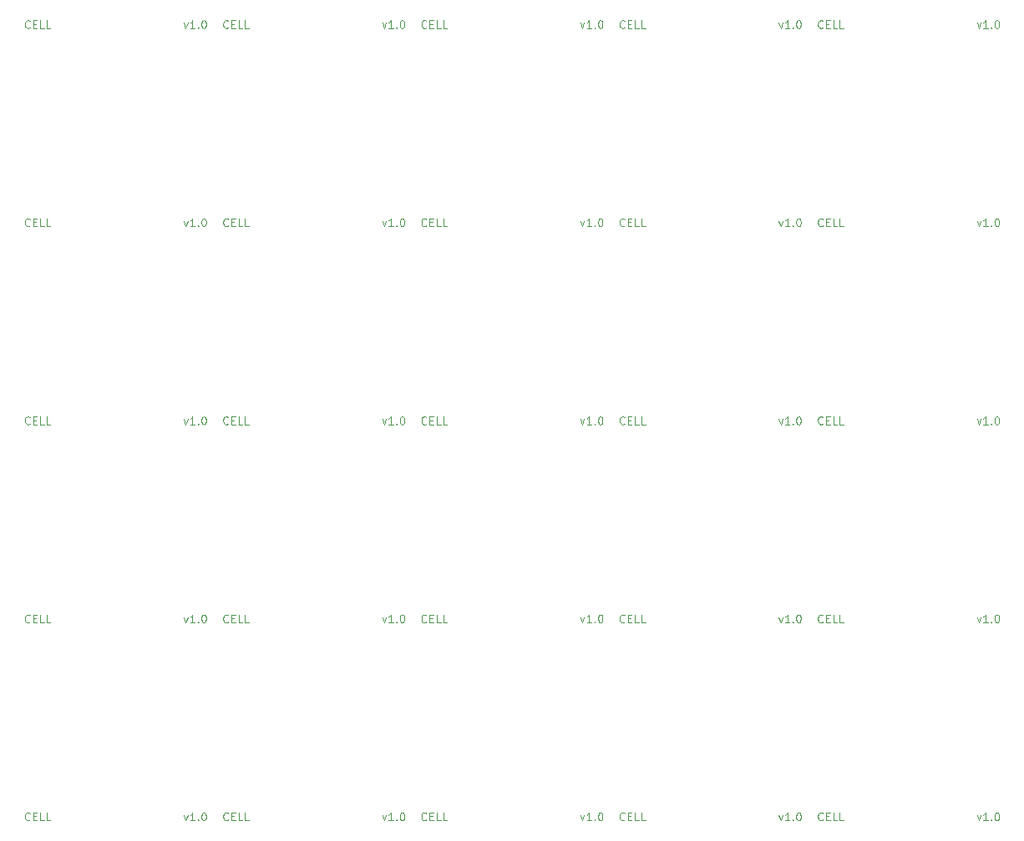
<source format=gbr>
%TF.GenerationSoftware,KiCad,Pcbnew,(5.1.9)-1*%
%TF.CreationDate,2021-03-15T12:44:13+01:00*%
%TF.ProjectId,cell,63656c6c-2e6b-4696-9361-645f70636258,rev?*%
%TF.SameCoordinates,Original*%
%TF.FileFunction,Legend,Top*%
%TF.FilePolarity,Positive*%
%FSLAX46Y46*%
G04 Gerber Fmt 4.6, Leading zero omitted, Abs format (unit mm)*
G04 Created by KiCad (PCBNEW (5.1.9)-1) date 2021-03-15 12:44:13*
%MOMM*%
%LPD*%
G01*
G04 APERTURE LIST*
%ADD10C,0.100000*%
G04 APERTURE END LIST*
D10*
X187062142Y-164433571D02*
X187252619Y-164966904D01*
X187443095Y-164433571D01*
X188166904Y-164966904D02*
X187709761Y-164966904D01*
X187938333Y-164966904D02*
X187938333Y-164166904D01*
X187862142Y-164281190D01*
X187785952Y-164357380D01*
X187709761Y-164395476D01*
X188509761Y-164890714D02*
X188547857Y-164928809D01*
X188509761Y-164966904D01*
X188471666Y-164928809D01*
X188509761Y-164890714D01*
X188509761Y-164966904D01*
X189043095Y-164166904D02*
X189119285Y-164166904D01*
X189195476Y-164205000D01*
X189233571Y-164243095D01*
X189271666Y-164319285D01*
X189309761Y-164471666D01*
X189309761Y-164662142D01*
X189271666Y-164814523D01*
X189233571Y-164890714D01*
X189195476Y-164928809D01*
X189119285Y-164966904D01*
X189043095Y-164966904D01*
X188966904Y-164928809D01*
X188928809Y-164890714D01*
X188890714Y-164814523D01*
X188852619Y-164662142D01*
X188852619Y-164471666D01*
X188890714Y-164319285D01*
X188928809Y-164243095D01*
X188966904Y-164205000D01*
X189043095Y-164166904D01*
X166962142Y-164433571D02*
X167152619Y-164966904D01*
X167343095Y-164433571D01*
X168066904Y-164966904D02*
X167609761Y-164966904D01*
X167838333Y-164966904D02*
X167838333Y-164166904D01*
X167762142Y-164281190D01*
X167685952Y-164357380D01*
X167609761Y-164395476D01*
X168409761Y-164890714D02*
X168447857Y-164928809D01*
X168409761Y-164966904D01*
X168371666Y-164928809D01*
X168409761Y-164890714D01*
X168409761Y-164966904D01*
X168943095Y-164166904D02*
X169019285Y-164166904D01*
X169095476Y-164205000D01*
X169133571Y-164243095D01*
X169171666Y-164319285D01*
X169209761Y-164471666D01*
X169209761Y-164662142D01*
X169171666Y-164814523D01*
X169133571Y-164890714D01*
X169095476Y-164928809D01*
X169019285Y-164966904D01*
X168943095Y-164966904D01*
X168866904Y-164928809D01*
X168828809Y-164890714D01*
X168790714Y-164814523D01*
X168752619Y-164662142D01*
X168752619Y-164471666D01*
X168790714Y-164319285D01*
X168828809Y-164243095D01*
X168866904Y-164205000D01*
X168943095Y-164166904D01*
X146862142Y-164433571D02*
X147052619Y-164966904D01*
X147243095Y-164433571D01*
X147966904Y-164966904D02*
X147509761Y-164966904D01*
X147738333Y-164966904D02*
X147738333Y-164166904D01*
X147662142Y-164281190D01*
X147585952Y-164357380D01*
X147509761Y-164395476D01*
X148309761Y-164890714D02*
X148347857Y-164928809D01*
X148309761Y-164966904D01*
X148271666Y-164928809D01*
X148309761Y-164890714D01*
X148309761Y-164966904D01*
X148843095Y-164166904D02*
X148919285Y-164166904D01*
X148995476Y-164205000D01*
X149033571Y-164243095D01*
X149071666Y-164319285D01*
X149109761Y-164471666D01*
X149109761Y-164662142D01*
X149071666Y-164814523D01*
X149033571Y-164890714D01*
X148995476Y-164928809D01*
X148919285Y-164966904D01*
X148843095Y-164966904D01*
X148766904Y-164928809D01*
X148728809Y-164890714D01*
X148690714Y-164814523D01*
X148652619Y-164662142D01*
X148652619Y-164471666D01*
X148690714Y-164319285D01*
X148728809Y-164243095D01*
X148766904Y-164205000D01*
X148843095Y-164166904D01*
X126762142Y-164433571D02*
X126952619Y-164966904D01*
X127143095Y-164433571D01*
X127866904Y-164966904D02*
X127409761Y-164966904D01*
X127638333Y-164966904D02*
X127638333Y-164166904D01*
X127562142Y-164281190D01*
X127485952Y-164357380D01*
X127409761Y-164395476D01*
X128209761Y-164890714D02*
X128247857Y-164928809D01*
X128209761Y-164966904D01*
X128171666Y-164928809D01*
X128209761Y-164890714D01*
X128209761Y-164966904D01*
X128743095Y-164166904D02*
X128819285Y-164166904D01*
X128895476Y-164205000D01*
X128933571Y-164243095D01*
X128971666Y-164319285D01*
X129009761Y-164471666D01*
X129009761Y-164662142D01*
X128971666Y-164814523D01*
X128933571Y-164890714D01*
X128895476Y-164928809D01*
X128819285Y-164966904D01*
X128743095Y-164966904D01*
X128666904Y-164928809D01*
X128628809Y-164890714D01*
X128590714Y-164814523D01*
X128552619Y-164662142D01*
X128552619Y-164471666D01*
X128590714Y-164319285D01*
X128628809Y-164243095D01*
X128666904Y-164205000D01*
X128743095Y-164166904D01*
X106662142Y-164433571D02*
X106852619Y-164966904D01*
X107043095Y-164433571D01*
X107766904Y-164966904D02*
X107309761Y-164966904D01*
X107538333Y-164966904D02*
X107538333Y-164166904D01*
X107462142Y-164281190D01*
X107385952Y-164357380D01*
X107309761Y-164395476D01*
X108109761Y-164890714D02*
X108147857Y-164928809D01*
X108109761Y-164966904D01*
X108071666Y-164928809D01*
X108109761Y-164890714D01*
X108109761Y-164966904D01*
X108643095Y-164166904D02*
X108719285Y-164166904D01*
X108795476Y-164205000D01*
X108833571Y-164243095D01*
X108871666Y-164319285D01*
X108909761Y-164471666D01*
X108909761Y-164662142D01*
X108871666Y-164814523D01*
X108833571Y-164890714D01*
X108795476Y-164928809D01*
X108719285Y-164966904D01*
X108643095Y-164966904D01*
X108566904Y-164928809D01*
X108528809Y-164890714D01*
X108490714Y-164814523D01*
X108452619Y-164662142D01*
X108452619Y-164471666D01*
X108490714Y-164319285D01*
X108528809Y-164243095D01*
X108566904Y-164205000D01*
X108643095Y-164166904D01*
X187062142Y-144333571D02*
X187252619Y-144866904D01*
X187443095Y-144333571D01*
X188166904Y-144866904D02*
X187709761Y-144866904D01*
X187938333Y-144866904D02*
X187938333Y-144066904D01*
X187862142Y-144181190D01*
X187785952Y-144257380D01*
X187709761Y-144295476D01*
X188509761Y-144790714D02*
X188547857Y-144828809D01*
X188509761Y-144866904D01*
X188471666Y-144828809D01*
X188509761Y-144790714D01*
X188509761Y-144866904D01*
X189043095Y-144066904D02*
X189119285Y-144066904D01*
X189195476Y-144105000D01*
X189233571Y-144143095D01*
X189271666Y-144219285D01*
X189309761Y-144371666D01*
X189309761Y-144562142D01*
X189271666Y-144714523D01*
X189233571Y-144790714D01*
X189195476Y-144828809D01*
X189119285Y-144866904D01*
X189043095Y-144866904D01*
X188966904Y-144828809D01*
X188928809Y-144790714D01*
X188890714Y-144714523D01*
X188852619Y-144562142D01*
X188852619Y-144371666D01*
X188890714Y-144219285D01*
X188928809Y-144143095D01*
X188966904Y-144105000D01*
X189043095Y-144066904D01*
X166962142Y-144333571D02*
X167152619Y-144866904D01*
X167343095Y-144333571D01*
X168066904Y-144866904D02*
X167609761Y-144866904D01*
X167838333Y-144866904D02*
X167838333Y-144066904D01*
X167762142Y-144181190D01*
X167685952Y-144257380D01*
X167609761Y-144295476D01*
X168409761Y-144790714D02*
X168447857Y-144828809D01*
X168409761Y-144866904D01*
X168371666Y-144828809D01*
X168409761Y-144790714D01*
X168409761Y-144866904D01*
X168943095Y-144066904D02*
X169019285Y-144066904D01*
X169095476Y-144105000D01*
X169133571Y-144143095D01*
X169171666Y-144219285D01*
X169209761Y-144371666D01*
X169209761Y-144562142D01*
X169171666Y-144714523D01*
X169133571Y-144790714D01*
X169095476Y-144828809D01*
X169019285Y-144866904D01*
X168943095Y-144866904D01*
X168866904Y-144828809D01*
X168828809Y-144790714D01*
X168790714Y-144714523D01*
X168752619Y-144562142D01*
X168752619Y-144371666D01*
X168790714Y-144219285D01*
X168828809Y-144143095D01*
X168866904Y-144105000D01*
X168943095Y-144066904D01*
X146862142Y-144333571D02*
X147052619Y-144866904D01*
X147243095Y-144333571D01*
X147966904Y-144866904D02*
X147509761Y-144866904D01*
X147738333Y-144866904D02*
X147738333Y-144066904D01*
X147662142Y-144181190D01*
X147585952Y-144257380D01*
X147509761Y-144295476D01*
X148309761Y-144790714D02*
X148347857Y-144828809D01*
X148309761Y-144866904D01*
X148271666Y-144828809D01*
X148309761Y-144790714D01*
X148309761Y-144866904D01*
X148843095Y-144066904D02*
X148919285Y-144066904D01*
X148995476Y-144105000D01*
X149033571Y-144143095D01*
X149071666Y-144219285D01*
X149109761Y-144371666D01*
X149109761Y-144562142D01*
X149071666Y-144714523D01*
X149033571Y-144790714D01*
X148995476Y-144828809D01*
X148919285Y-144866904D01*
X148843095Y-144866904D01*
X148766904Y-144828809D01*
X148728809Y-144790714D01*
X148690714Y-144714523D01*
X148652619Y-144562142D01*
X148652619Y-144371666D01*
X148690714Y-144219285D01*
X148728809Y-144143095D01*
X148766904Y-144105000D01*
X148843095Y-144066904D01*
X126762142Y-144333571D02*
X126952619Y-144866904D01*
X127143095Y-144333571D01*
X127866904Y-144866904D02*
X127409761Y-144866904D01*
X127638333Y-144866904D02*
X127638333Y-144066904D01*
X127562142Y-144181190D01*
X127485952Y-144257380D01*
X127409761Y-144295476D01*
X128209761Y-144790714D02*
X128247857Y-144828809D01*
X128209761Y-144866904D01*
X128171666Y-144828809D01*
X128209761Y-144790714D01*
X128209761Y-144866904D01*
X128743095Y-144066904D02*
X128819285Y-144066904D01*
X128895476Y-144105000D01*
X128933571Y-144143095D01*
X128971666Y-144219285D01*
X129009761Y-144371666D01*
X129009761Y-144562142D01*
X128971666Y-144714523D01*
X128933571Y-144790714D01*
X128895476Y-144828809D01*
X128819285Y-144866904D01*
X128743095Y-144866904D01*
X128666904Y-144828809D01*
X128628809Y-144790714D01*
X128590714Y-144714523D01*
X128552619Y-144562142D01*
X128552619Y-144371666D01*
X128590714Y-144219285D01*
X128628809Y-144143095D01*
X128666904Y-144105000D01*
X128743095Y-144066904D01*
X106662142Y-144333571D02*
X106852619Y-144866904D01*
X107043095Y-144333571D01*
X107766904Y-144866904D02*
X107309761Y-144866904D01*
X107538333Y-144866904D02*
X107538333Y-144066904D01*
X107462142Y-144181190D01*
X107385952Y-144257380D01*
X107309761Y-144295476D01*
X108109761Y-144790714D02*
X108147857Y-144828809D01*
X108109761Y-144866904D01*
X108071666Y-144828809D01*
X108109761Y-144790714D01*
X108109761Y-144866904D01*
X108643095Y-144066904D02*
X108719285Y-144066904D01*
X108795476Y-144105000D01*
X108833571Y-144143095D01*
X108871666Y-144219285D01*
X108909761Y-144371666D01*
X108909761Y-144562142D01*
X108871666Y-144714523D01*
X108833571Y-144790714D01*
X108795476Y-144828809D01*
X108719285Y-144866904D01*
X108643095Y-144866904D01*
X108566904Y-144828809D01*
X108528809Y-144790714D01*
X108490714Y-144714523D01*
X108452619Y-144562142D01*
X108452619Y-144371666D01*
X108490714Y-144219285D01*
X108528809Y-144143095D01*
X108566904Y-144105000D01*
X108643095Y-144066904D01*
X187062142Y-124233571D02*
X187252619Y-124766904D01*
X187443095Y-124233571D01*
X188166904Y-124766904D02*
X187709761Y-124766904D01*
X187938333Y-124766904D02*
X187938333Y-123966904D01*
X187862142Y-124081190D01*
X187785952Y-124157380D01*
X187709761Y-124195476D01*
X188509761Y-124690714D02*
X188547857Y-124728809D01*
X188509761Y-124766904D01*
X188471666Y-124728809D01*
X188509761Y-124690714D01*
X188509761Y-124766904D01*
X189043095Y-123966904D02*
X189119285Y-123966904D01*
X189195476Y-124005000D01*
X189233571Y-124043095D01*
X189271666Y-124119285D01*
X189309761Y-124271666D01*
X189309761Y-124462142D01*
X189271666Y-124614523D01*
X189233571Y-124690714D01*
X189195476Y-124728809D01*
X189119285Y-124766904D01*
X189043095Y-124766904D01*
X188966904Y-124728809D01*
X188928809Y-124690714D01*
X188890714Y-124614523D01*
X188852619Y-124462142D01*
X188852619Y-124271666D01*
X188890714Y-124119285D01*
X188928809Y-124043095D01*
X188966904Y-124005000D01*
X189043095Y-123966904D01*
X166962142Y-124233571D02*
X167152619Y-124766904D01*
X167343095Y-124233571D01*
X168066904Y-124766904D02*
X167609761Y-124766904D01*
X167838333Y-124766904D02*
X167838333Y-123966904D01*
X167762142Y-124081190D01*
X167685952Y-124157380D01*
X167609761Y-124195476D01*
X168409761Y-124690714D02*
X168447857Y-124728809D01*
X168409761Y-124766904D01*
X168371666Y-124728809D01*
X168409761Y-124690714D01*
X168409761Y-124766904D01*
X168943095Y-123966904D02*
X169019285Y-123966904D01*
X169095476Y-124005000D01*
X169133571Y-124043095D01*
X169171666Y-124119285D01*
X169209761Y-124271666D01*
X169209761Y-124462142D01*
X169171666Y-124614523D01*
X169133571Y-124690714D01*
X169095476Y-124728809D01*
X169019285Y-124766904D01*
X168943095Y-124766904D01*
X168866904Y-124728809D01*
X168828809Y-124690714D01*
X168790714Y-124614523D01*
X168752619Y-124462142D01*
X168752619Y-124271666D01*
X168790714Y-124119285D01*
X168828809Y-124043095D01*
X168866904Y-124005000D01*
X168943095Y-123966904D01*
X146862142Y-124233571D02*
X147052619Y-124766904D01*
X147243095Y-124233571D01*
X147966904Y-124766904D02*
X147509761Y-124766904D01*
X147738333Y-124766904D02*
X147738333Y-123966904D01*
X147662142Y-124081190D01*
X147585952Y-124157380D01*
X147509761Y-124195476D01*
X148309761Y-124690714D02*
X148347857Y-124728809D01*
X148309761Y-124766904D01*
X148271666Y-124728809D01*
X148309761Y-124690714D01*
X148309761Y-124766904D01*
X148843095Y-123966904D02*
X148919285Y-123966904D01*
X148995476Y-124005000D01*
X149033571Y-124043095D01*
X149071666Y-124119285D01*
X149109761Y-124271666D01*
X149109761Y-124462142D01*
X149071666Y-124614523D01*
X149033571Y-124690714D01*
X148995476Y-124728809D01*
X148919285Y-124766904D01*
X148843095Y-124766904D01*
X148766904Y-124728809D01*
X148728809Y-124690714D01*
X148690714Y-124614523D01*
X148652619Y-124462142D01*
X148652619Y-124271666D01*
X148690714Y-124119285D01*
X148728809Y-124043095D01*
X148766904Y-124005000D01*
X148843095Y-123966904D01*
X126762142Y-124233571D02*
X126952619Y-124766904D01*
X127143095Y-124233571D01*
X127866904Y-124766904D02*
X127409761Y-124766904D01*
X127638333Y-124766904D02*
X127638333Y-123966904D01*
X127562142Y-124081190D01*
X127485952Y-124157380D01*
X127409761Y-124195476D01*
X128209761Y-124690714D02*
X128247857Y-124728809D01*
X128209761Y-124766904D01*
X128171666Y-124728809D01*
X128209761Y-124690714D01*
X128209761Y-124766904D01*
X128743095Y-123966904D02*
X128819285Y-123966904D01*
X128895476Y-124005000D01*
X128933571Y-124043095D01*
X128971666Y-124119285D01*
X129009761Y-124271666D01*
X129009761Y-124462142D01*
X128971666Y-124614523D01*
X128933571Y-124690714D01*
X128895476Y-124728809D01*
X128819285Y-124766904D01*
X128743095Y-124766904D01*
X128666904Y-124728809D01*
X128628809Y-124690714D01*
X128590714Y-124614523D01*
X128552619Y-124462142D01*
X128552619Y-124271666D01*
X128590714Y-124119285D01*
X128628809Y-124043095D01*
X128666904Y-124005000D01*
X128743095Y-123966904D01*
X106662142Y-124233571D02*
X106852619Y-124766904D01*
X107043095Y-124233571D01*
X107766904Y-124766904D02*
X107309761Y-124766904D01*
X107538333Y-124766904D02*
X107538333Y-123966904D01*
X107462142Y-124081190D01*
X107385952Y-124157380D01*
X107309761Y-124195476D01*
X108109761Y-124690714D02*
X108147857Y-124728809D01*
X108109761Y-124766904D01*
X108071666Y-124728809D01*
X108109761Y-124690714D01*
X108109761Y-124766904D01*
X108643095Y-123966904D02*
X108719285Y-123966904D01*
X108795476Y-124005000D01*
X108833571Y-124043095D01*
X108871666Y-124119285D01*
X108909761Y-124271666D01*
X108909761Y-124462142D01*
X108871666Y-124614523D01*
X108833571Y-124690714D01*
X108795476Y-124728809D01*
X108719285Y-124766904D01*
X108643095Y-124766904D01*
X108566904Y-124728809D01*
X108528809Y-124690714D01*
X108490714Y-124614523D01*
X108452619Y-124462142D01*
X108452619Y-124271666D01*
X108490714Y-124119285D01*
X108528809Y-124043095D01*
X108566904Y-124005000D01*
X108643095Y-123966904D01*
X187062142Y-104133571D02*
X187252619Y-104666904D01*
X187443095Y-104133571D01*
X188166904Y-104666904D02*
X187709761Y-104666904D01*
X187938333Y-104666904D02*
X187938333Y-103866904D01*
X187862142Y-103981190D01*
X187785952Y-104057380D01*
X187709761Y-104095476D01*
X188509761Y-104590714D02*
X188547857Y-104628809D01*
X188509761Y-104666904D01*
X188471666Y-104628809D01*
X188509761Y-104590714D01*
X188509761Y-104666904D01*
X189043095Y-103866904D02*
X189119285Y-103866904D01*
X189195476Y-103905000D01*
X189233571Y-103943095D01*
X189271666Y-104019285D01*
X189309761Y-104171666D01*
X189309761Y-104362142D01*
X189271666Y-104514523D01*
X189233571Y-104590714D01*
X189195476Y-104628809D01*
X189119285Y-104666904D01*
X189043095Y-104666904D01*
X188966904Y-104628809D01*
X188928809Y-104590714D01*
X188890714Y-104514523D01*
X188852619Y-104362142D01*
X188852619Y-104171666D01*
X188890714Y-104019285D01*
X188928809Y-103943095D01*
X188966904Y-103905000D01*
X189043095Y-103866904D01*
X166962142Y-104133571D02*
X167152619Y-104666904D01*
X167343095Y-104133571D01*
X168066904Y-104666904D02*
X167609761Y-104666904D01*
X167838333Y-104666904D02*
X167838333Y-103866904D01*
X167762142Y-103981190D01*
X167685952Y-104057380D01*
X167609761Y-104095476D01*
X168409761Y-104590714D02*
X168447857Y-104628809D01*
X168409761Y-104666904D01*
X168371666Y-104628809D01*
X168409761Y-104590714D01*
X168409761Y-104666904D01*
X168943095Y-103866904D02*
X169019285Y-103866904D01*
X169095476Y-103905000D01*
X169133571Y-103943095D01*
X169171666Y-104019285D01*
X169209761Y-104171666D01*
X169209761Y-104362142D01*
X169171666Y-104514523D01*
X169133571Y-104590714D01*
X169095476Y-104628809D01*
X169019285Y-104666904D01*
X168943095Y-104666904D01*
X168866904Y-104628809D01*
X168828809Y-104590714D01*
X168790714Y-104514523D01*
X168752619Y-104362142D01*
X168752619Y-104171666D01*
X168790714Y-104019285D01*
X168828809Y-103943095D01*
X168866904Y-103905000D01*
X168943095Y-103866904D01*
X146862142Y-104133571D02*
X147052619Y-104666904D01*
X147243095Y-104133571D01*
X147966904Y-104666904D02*
X147509761Y-104666904D01*
X147738333Y-104666904D02*
X147738333Y-103866904D01*
X147662142Y-103981190D01*
X147585952Y-104057380D01*
X147509761Y-104095476D01*
X148309761Y-104590714D02*
X148347857Y-104628809D01*
X148309761Y-104666904D01*
X148271666Y-104628809D01*
X148309761Y-104590714D01*
X148309761Y-104666904D01*
X148843095Y-103866904D02*
X148919285Y-103866904D01*
X148995476Y-103905000D01*
X149033571Y-103943095D01*
X149071666Y-104019285D01*
X149109761Y-104171666D01*
X149109761Y-104362142D01*
X149071666Y-104514523D01*
X149033571Y-104590714D01*
X148995476Y-104628809D01*
X148919285Y-104666904D01*
X148843095Y-104666904D01*
X148766904Y-104628809D01*
X148728809Y-104590714D01*
X148690714Y-104514523D01*
X148652619Y-104362142D01*
X148652619Y-104171666D01*
X148690714Y-104019285D01*
X148728809Y-103943095D01*
X148766904Y-103905000D01*
X148843095Y-103866904D01*
X126762142Y-104133571D02*
X126952619Y-104666904D01*
X127143095Y-104133571D01*
X127866904Y-104666904D02*
X127409761Y-104666904D01*
X127638333Y-104666904D02*
X127638333Y-103866904D01*
X127562142Y-103981190D01*
X127485952Y-104057380D01*
X127409761Y-104095476D01*
X128209761Y-104590714D02*
X128247857Y-104628809D01*
X128209761Y-104666904D01*
X128171666Y-104628809D01*
X128209761Y-104590714D01*
X128209761Y-104666904D01*
X128743095Y-103866904D02*
X128819285Y-103866904D01*
X128895476Y-103905000D01*
X128933571Y-103943095D01*
X128971666Y-104019285D01*
X129009761Y-104171666D01*
X129009761Y-104362142D01*
X128971666Y-104514523D01*
X128933571Y-104590714D01*
X128895476Y-104628809D01*
X128819285Y-104666904D01*
X128743095Y-104666904D01*
X128666904Y-104628809D01*
X128628809Y-104590714D01*
X128590714Y-104514523D01*
X128552619Y-104362142D01*
X128552619Y-104171666D01*
X128590714Y-104019285D01*
X128628809Y-103943095D01*
X128666904Y-103905000D01*
X128743095Y-103866904D01*
X106662142Y-104133571D02*
X106852619Y-104666904D01*
X107043095Y-104133571D01*
X107766904Y-104666904D02*
X107309761Y-104666904D01*
X107538333Y-104666904D02*
X107538333Y-103866904D01*
X107462142Y-103981190D01*
X107385952Y-104057380D01*
X107309761Y-104095476D01*
X108109761Y-104590714D02*
X108147857Y-104628809D01*
X108109761Y-104666904D01*
X108071666Y-104628809D01*
X108109761Y-104590714D01*
X108109761Y-104666904D01*
X108643095Y-103866904D02*
X108719285Y-103866904D01*
X108795476Y-103905000D01*
X108833571Y-103943095D01*
X108871666Y-104019285D01*
X108909761Y-104171666D01*
X108909761Y-104362142D01*
X108871666Y-104514523D01*
X108833571Y-104590714D01*
X108795476Y-104628809D01*
X108719285Y-104666904D01*
X108643095Y-104666904D01*
X108566904Y-104628809D01*
X108528809Y-104590714D01*
X108490714Y-104514523D01*
X108452619Y-104362142D01*
X108452619Y-104171666D01*
X108490714Y-104019285D01*
X108528809Y-103943095D01*
X108566904Y-103905000D01*
X108643095Y-103866904D01*
X187062142Y-84033571D02*
X187252619Y-84566904D01*
X187443095Y-84033571D01*
X188166904Y-84566904D02*
X187709761Y-84566904D01*
X187938333Y-84566904D02*
X187938333Y-83766904D01*
X187862142Y-83881190D01*
X187785952Y-83957380D01*
X187709761Y-83995476D01*
X188509761Y-84490714D02*
X188547857Y-84528809D01*
X188509761Y-84566904D01*
X188471666Y-84528809D01*
X188509761Y-84490714D01*
X188509761Y-84566904D01*
X189043095Y-83766904D02*
X189119285Y-83766904D01*
X189195476Y-83805000D01*
X189233571Y-83843095D01*
X189271666Y-83919285D01*
X189309761Y-84071666D01*
X189309761Y-84262142D01*
X189271666Y-84414523D01*
X189233571Y-84490714D01*
X189195476Y-84528809D01*
X189119285Y-84566904D01*
X189043095Y-84566904D01*
X188966904Y-84528809D01*
X188928809Y-84490714D01*
X188890714Y-84414523D01*
X188852619Y-84262142D01*
X188852619Y-84071666D01*
X188890714Y-83919285D01*
X188928809Y-83843095D01*
X188966904Y-83805000D01*
X189043095Y-83766904D01*
X166962142Y-84033571D02*
X167152619Y-84566904D01*
X167343095Y-84033571D01*
X168066904Y-84566904D02*
X167609761Y-84566904D01*
X167838333Y-84566904D02*
X167838333Y-83766904D01*
X167762142Y-83881190D01*
X167685952Y-83957380D01*
X167609761Y-83995476D01*
X168409761Y-84490714D02*
X168447857Y-84528809D01*
X168409761Y-84566904D01*
X168371666Y-84528809D01*
X168409761Y-84490714D01*
X168409761Y-84566904D01*
X168943095Y-83766904D02*
X169019285Y-83766904D01*
X169095476Y-83805000D01*
X169133571Y-83843095D01*
X169171666Y-83919285D01*
X169209761Y-84071666D01*
X169209761Y-84262142D01*
X169171666Y-84414523D01*
X169133571Y-84490714D01*
X169095476Y-84528809D01*
X169019285Y-84566904D01*
X168943095Y-84566904D01*
X168866904Y-84528809D01*
X168828809Y-84490714D01*
X168790714Y-84414523D01*
X168752619Y-84262142D01*
X168752619Y-84071666D01*
X168790714Y-83919285D01*
X168828809Y-83843095D01*
X168866904Y-83805000D01*
X168943095Y-83766904D01*
X146862142Y-84033571D02*
X147052619Y-84566904D01*
X147243095Y-84033571D01*
X147966904Y-84566904D02*
X147509761Y-84566904D01*
X147738333Y-84566904D02*
X147738333Y-83766904D01*
X147662142Y-83881190D01*
X147585952Y-83957380D01*
X147509761Y-83995476D01*
X148309761Y-84490714D02*
X148347857Y-84528809D01*
X148309761Y-84566904D01*
X148271666Y-84528809D01*
X148309761Y-84490714D01*
X148309761Y-84566904D01*
X148843095Y-83766904D02*
X148919285Y-83766904D01*
X148995476Y-83805000D01*
X149033571Y-83843095D01*
X149071666Y-83919285D01*
X149109761Y-84071666D01*
X149109761Y-84262142D01*
X149071666Y-84414523D01*
X149033571Y-84490714D01*
X148995476Y-84528809D01*
X148919285Y-84566904D01*
X148843095Y-84566904D01*
X148766904Y-84528809D01*
X148728809Y-84490714D01*
X148690714Y-84414523D01*
X148652619Y-84262142D01*
X148652619Y-84071666D01*
X148690714Y-83919285D01*
X148728809Y-83843095D01*
X148766904Y-83805000D01*
X148843095Y-83766904D01*
X126762142Y-84033571D02*
X126952619Y-84566904D01*
X127143095Y-84033571D01*
X127866904Y-84566904D02*
X127409761Y-84566904D01*
X127638333Y-84566904D02*
X127638333Y-83766904D01*
X127562142Y-83881190D01*
X127485952Y-83957380D01*
X127409761Y-83995476D01*
X128209761Y-84490714D02*
X128247857Y-84528809D01*
X128209761Y-84566904D01*
X128171666Y-84528809D01*
X128209761Y-84490714D01*
X128209761Y-84566904D01*
X128743095Y-83766904D02*
X128819285Y-83766904D01*
X128895476Y-83805000D01*
X128933571Y-83843095D01*
X128971666Y-83919285D01*
X129009761Y-84071666D01*
X129009761Y-84262142D01*
X128971666Y-84414523D01*
X128933571Y-84490714D01*
X128895476Y-84528809D01*
X128819285Y-84566904D01*
X128743095Y-84566904D01*
X128666904Y-84528809D01*
X128628809Y-84490714D01*
X128590714Y-84414523D01*
X128552619Y-84262142D01*
X128552619Y-84071666D01*
X128590714Y-83919285D01*
X128628809Y-83843095D01*
X128666904Y-83805000D01*
X128743095Y-83766904D01*
X171443095Y-164890714D02*
X171405000Y-164928809D01*
X171290714Y-164966904D01*
X171214523Y-164966904D01*
X171100238Y-164928809D01*
X171024047Y-164852619D01*
X170985952Y-164776428D01*
X170947857Y-164624047D01*
X170947857Y-164509761D01*
X170985952Y-164357380D01*
X171024047Y-164281190D01*
X171100238Y-164205000D01*
X171214523Y-164166904D01*
X171290714Y-164166904D01*
X171405000Y-164205000D01*
X171443095Y-164243095D01*
X171785952Y-164547857D02*
X172052619Y-164547857D01*
X172166904Y-164966904D02*
X171785952Y-164966904D01*
X171785952Y-164166904D01*
X172166904Y-164166904D01*
X172890714Y-164966904D02*
X172509761Y-164966904D01*
X172509761Y-164166904D01*
X173538333Y-164966904D02*
X173157380Y-164966904D01*
X173157380Y-164166904D01*
X151343095Y-164890714D02*
X151305000Y-164928809D01*
X151190714Y-164966904D01*
X151114523Y-164966904D01*
X151000238Y-164928809D01*
X150924047Y-164852619D01*
X150885952Y-164776428D01*
X150847857Y-164624047D01*
X150847857Y-164509761D01*
X150885952Y-164357380D01*
X150924047Y-164281190D01*
X151000238Y-164205000D01*
X151114523Y-164166904D01*
X151190714Y-164166904D01*
X151305000Y-164205000D01*
X151343095Y-164243095D01*
X151685952Y-164547857D02*
X151952619Y-164547857D01*
X152066904Y-164966904D02*
X151685952Y-164966904D01*
X151685952Y-164166904D01*
X152066904Y-164166904D01*
X152790714Y-164966904D02*
X152409761Y-164966904D01*
X152409761Y-164166904D01*
X153438333Y-164966904D02*
X153057380Y-164966904D01*
X153057380Y-164166904D01*
X131243095Y-164890714D02*
X131205000Y-164928809D01*
X131090714Y-164966904D01*
X131014523Y-164966904D01*
X130900238Y-164928809D01*
X130824047Y-164852619D01*
X130785952Y-164776428D01*
X130747857Y-164624047D01*
X130747857Y-164509761D01*
X130785952Y-164357380D01*
X130824047Y-164281190D01*
X130900238Y-164205000D01*
X131014523Y-164166904D01*
X131090714Y-164166904D01*
X131205000Y-164205000D01*
X131243095Y-164243095D01*
X131585952Y-164547857D02*
X131852619Y-164547857D01*
X131966904Y-164966904D02*
X131585952Y-164966904D01*
X131585952Y-164166904D01*
X131966904Y-164166904D01*
X132690714Y-164966904D02*
X132309761Y-164966904D01*
X132309761Y-164166904D01*
X133338333Y-164966904D02*
X132957380Y-164966904D01*
X132957380Y-164166904D01*
X111143095Y-164890714D02*
X111105000Y-164928809D01*
X110990714Y-164966904D01*
X110914523Y-164966904D01*
X110800238Y-164928809D01*
X110724047Y-164852619D01*
X110685952Y-164776428D01*
X110647857Y-164624047D01*
X110647857Y-164509761D01*
X110685952Y-164357380D01*
X110724047Y-164281190D01*
X110800238Y-164205000D01*
X110914523Y-164166904D01*
X110990714Y-164166904D01*
X111105000Y-164205000D01*
X111143095Y-164243095D01*
X111485952Y-164547857D02*
X111752619Y-164547857D01*
X111866904Y-164966904D02*
X111485952Y-164966904D01*
X111485952Y-164166904D01*
X111866904Y-164166904D01*
X112590714Y-164966904D02*
X112209761Y-164966904D01*
X112209761Y-164166904D01*
X113238333Y-164966904D02*
X112857380Y-164966904D01*
X112857380Y-164166904D01*
X91043095Y-164890714D02*
X91005000Y-164928809D01*
X90890714Y-164966904D01*
X90814523Y-164966904D01*
X90700238Y-164928809D01*
X90624047Y-164852619D01*
X90585952Y-164776428D01*
X90547857Y-164624047D01*
X90547857Y-164509761D01*
X90585952Y-164357380D01*
X90624047Y-164281190D01*
X90700238Y-164205000D01*
X90814523Y-164166904D01*
X90890714Y-164166904D01*
X91005000Y-164205000D01*
X91043095Y-164243095D01*
X91385952Y-164547857D02*
X91652619Y-164547857D01*
X91766904Y-164966904D02*
X91385952Y-164966904D01*
X91385952Y-164166904D01*
X91766904Y-164166904D01*
X92490714Y-164966904D02*
X92109761Y-164966904D01*
X92109761Y-164166904D01*
X93138333Y-164966904D02*
X92757380Y-164966904D01*
X92757380Y-164166904D01*
X171443095Y-144790714D02*
X171405000Y-144828809D01*
X171290714Y-144866904D01*
X171214523Y-144866904D01*
X171100238Y-144828809D01*
X171024047Y-144752619D01*
X170985952Y-144676428D01*
X170947857Y-144524047D01*
X170947857Y-144409761D01*
X170985952Y-144257380D01*
X171024047Y-144181190D01*
X171100238Y-144105000D01*
X171214523Y-144066904D01*
X171290714Y-144066904D01*
X171405000Y-144105000D01*
X171443095Y-144143095D01*
X171785952Y-144447857D02*
X172052619Y-144447857D01*
X172166904Y-144866904D02*
X171785952Y-144866904D01*
X171785952Y-144066904D01*
X172166904Y-144066904D01*
X172890714Y-144866904D02*
X172509761Y-144866904D01*
X172509761Y-144066904D01*
X173538333Y-144866904D02*
X173157380Y-144866904D01*
X173157380Y-144066904D01*
X151343095Y-144790714D02*
X151305000Y-144828809D01*
X151190714Y-144866904D01*
X151114523Y-144866904D01*
X151000238Y-144828809D01*
X150924047Y-144752619D01*
X150885952Y-144676428D01*
X150847857Y-144524047D01*
X150847857Y-144409761D01*
X150885952Y-144257380D01*
X150924047Y-144181190D01*
X151000238Y-144105000D01*
X151114523Y-144066904D01*
X151190714Y-144066904D01*
X151305000Y-144105000D01*
X151343095Y-144143095D01*
X151685952Y-144447857D02*
X151952619Y-144447857D01*
X152066904Y-144866904D02*
X151685952Y-144866904D01*
X151685952Y-144066904D01*
X152066904Y-144066904D01*
X152790714Y-144866904D02*
X152409761Y-144866904D01*
X152409761Y-144066904D01*
X153438333Y-144866904D02*
X153057380Y-144866904D01*
X153057380Y-144066904D01*
X131243095Y-144790714D02*
X131205000Y-144828809D01*
X131090714Y-144866904D01*
X131014523Y-144866904D01*
X130900238Y-144828809D01*
X130824047Y-144752619D01*
X130785952Y-144676428D01*
X130747857Y-144524047D01*
X130747857Y-144409761D01*
X130785952Y-144257380D01*
X130824047Y-144181190D01*
X130900238Y-144105000D01*
X131014523Y-144066904D01*
X131090714Y-144066904D01*
X131205000Y-144105000D01*
X131243095Y-144143095D01*
X131585952Y-144447857D02*
X131852619Y-144447857D01*
X131966904Y-144866904D02*
X131585952Y-144866904D01*
X131585952Y-144066904D01*
X131966904Y-144066904D01*
X132690714Y-144866904D02*
X132309761Y-144866904D01*
X132309761Y-144066904D01*
X133338333Y-144866904D02*
X132957380Y-144866904D01*
X132957380Y-144066904D01*
X111143095Y-144790714D02*
X111105000Y-144828809D01*
X110990714Y-144866904D01*
X110914523Y-144866904D01*
X110800238Y-144828809D01*
X110724047Y-144752619D01*
X110685952Y-144676428D01*
X110647857Y-144524047D01*
X110647857Y-144409761D01*
X110685952Y-144257380D01*
X110724047Y-144181190D01*
X110800238Y-144105000D01*
X110914523Y-144066904D01*
X110990714Y-144066904D01*
X111105000Y-144105000D01*
X111143095Y-144143095D01*
X111485952Y-144447857D02*
X111752619Y-144447857D01*
X111866904Y-144866904D02*
X111485952Y-144866904D01*
X111485952Y-144066904D01*
X111866904Y-144066904D01*
X112590714Y-144866904D02*
X112209761Y-144866904D01*
X112209761Y-144066904D01*
X113238333Y-144866904D02*
X112857380Y-144866904D01*
X112857380Y-144066904D01*
X91043095Y-144790714D02*
X91005000Y-144828809D01*
X90890714Y-144866904D01*
X90814523Y-144866904D01*
X90700238Y-144828809D01*
X90624047Y-144752619D01*
X90585952Y-144676428D01*
X90547857Y-144524047D01*
X90547857Y-144409761D01*
X90585952Y-144257380D01*
X90624047Y-144181190D01*
X90700238Y-144105000D01*
X90814523Y-144066904D01*
X90890714Y-144066904D01*
X91005000Y-144105000D01*
X91043095Y-144143095D01*
X91385952Y-144447857D02*
X91652619Y-144447857D01*
X91766904Y-144866904D02*
X91385952Y-144866904D01*
X91385952Y-144066904D01*
X91766904Y-144066904D01*
X92490714Y-144866904D02*
X92109761Y-144866904D01*
X92109761Y-144066904D01*
X93138333Y-144866904D02*
X92757380Y-144866904D01*
X92757380Y-144066904D01*
X171443095Y-124690714D02*
X171405000Y-124728809D01*
X171290714Y-124766904D01*
X171214523Y-124766904D01*
X171100238Y-124728809D01*
X171024047Y-124652619D01*
X170985952Y-124576428D01*
X170947857Y-124424047D01*
X170947857Y-124309761D01*
X170985952Y-124157380D01*
X171024047Y-124081190D01*
X171100238Y-124005000D01*
X171214523Y-123966904D01*
X171290714Y-123966904D01*
X171405000Y-124005000D01*
X171443095Y-124043095D01*
X171785952Y-124347857D02*
X172052619Y-124347857D01*
X172166904Y-124766904D02*
X171785952Y-124766904D01*
X171785952Y-123966904D01*
X172166904Y-123966904D01*
X172890714Y-124766904D02*
X172509761Y-124766904D01*
X172509761Y-123966904D01*
X173538333Y-124766904D02*
X173157380Y-124766904D01*
X173157380Y-123966904D01*
X151343095Y-124690714D02*
X151305000Y-124728809D01*
X151190714Y-124766904D01*
X151114523Y-124766904D01*
X151000238Y-124728809D01*
X150924047Y-124652619D01*
X150885952Y-124576428D01*
X150847857Y-124424047D01*
X150847857Y-124309761D01*
X150885952Y-124157380D01*
X150924047Y-124081190D01*
X151000238Y-124005000D01*
X151114523Y-123966904D01*
X151190714Y-123966904D01*
X151305000Y-124005000D01*
X151343095Y-124043095D01*
X151685952Y-124347857D02*
X151952619Y-124347857D01*
X152066904Y-124766904D02*
X151685952Y-124766904D01*
X151685952Y-123966904D01*
X152066904Y-123966904D01*
X152790714Y-124766904D02*
X152409761Y-124766904D01*
X152409761Y-123966904D01*
X153438333Y-124766904D02*
X153057380Y-124766904D01*
X153057380Y-123966904D01*
X131243095Y-124690714D02*
X131205000Y-124728809D01*
X131090714Y-124766904D01*
X131014523Y-124766904D01*
X130900238Y-124728809D01*
X130824047Y-124652619D01*
X130785952Y-124576428D01*
X130747857Y-124424047D01*
X130747857Y-124309761D01*
X130785952Y-124157380D01*
X130824047Y-124081190D01*
X130900238Y-124005000D01*
X131014523Y-123966904D01*
X131090714Y-123966904D01*
X131205000Y-124005000D01*
X131243095Y-124043095D01*
X131585952Y-124347857D02*
X131852619Y-124347857D01*
X131966904Y-124766904D02*
X131585952Y-124766904D01*
X131585952Y-123966904D01*
X131966904Y-123966904D01*
X132690714Y-124766904D02*
X132309761Y-124766904D01*
X132309761Y-123966904D01*
X133338333Y-124766904D02*
X132957380Y-124766904D01*
X132957380Y-123966904D01*
X111143095Y-124690714D02*
X111105000Y-124728809D01*
X110990714Y-124766904D01*
X110914523Y-124766904D01*
X110800238Y-124728809D01*
X110724047Y-124652619D01*
X110685952Y-124576428D01*
X110647857Y-124424047D01*
X110647857Y-124309761D01*
X110685952Y-124157380D01*
X110724047Y-124081190D01*
X110800238Y-124005000D01*
X110914523Y-123966904D01*
X110990714Y-123966904D01*
X111105000Y-124005000D01*
X111143095Y-124043095D01*
X111485952Y-124347857D02*
X111752619Y-124347857D01*
X111866904Y-124766904D02*
X111485952Y-124766904D01*
X111485952Y-123966904D01*
X111866904Y-123966904D01*
X112590714Y-124766904D02*
X112209761Y-124766904D01*
X112209761Y-123966904D01*
X113238333Y-124766904D02*
X112857380Y-124766904D01*
X112857380Y-123966904D01*
X91043095Y-124690714D02*
X91005000Y-124728809D01*
X90890714Y-124766904D01*
X90814523Y-124766904D01*
X90700238Y-124728809D01*
X90624047Y-124652619D01*
X90585952Y-124576428D01*
X90547857Y-124424047D01*
X90547857Y-124309761D01*
X90585952Y-124157380D01*
X90624047Y-124081190D01*
X90700238Y-124005000D01*
X90814523Y-123966904D01*
X90890714Y-123966904D01*
X91005000Y-124005000D01*
X91043095Y-124043095D01*
X91385952Y-124347857D02*
X91652619Y-124347857D01*
X91766904Y-124766904D02*
X91385952Y-124766904D01*
X91385952Y-123966904D01*
X91766904Y-123966904D01*
X92490714Y-124766904D02*
X92109761Y-124766904D01*
X92109761Y-123966904D01*
X93138333Y-124766904D02*
X92757380Y-124766904D01*
X92757380Y-123966904D01*
X171443095Y-104590714D02*
X171405000Y-104628809D01*
X171290714Y-104666904D01*
X171214523Y-104666904D01*
X171100238Y-104628809D01*
X171024047Y-104552619D01*
X170985952Y-104476428D01*
X170947857Y-104324047D01*
X170947857Y-104209761D01*
X170985952Y-104057380D01*
X171024047Y-103981190D01*
X171100238Y-103905000D01*
X171214523Y-103866904D01*
X171290714Y-103866904D01*
X171405000Y-103905000D01*
X171443095Y-103943095D01*
X171785952Y-104247857D02*
X172052619Y-104247857D01*
X172166904Y-104666904D02*
X171785952Y-104666904D01*
X171785952Y-103866904D01*
X172166904Y-103866904D01*
X172890714Y-104666904D02*
X172509761Y-104666904D01*
X172509761Y-103866904D01*
X173538333Y-104666904D02*
X173157380Y-104666904D01*
X173157380Y-103866904D01*
X151343095Y-104590714D02*
X151305000Y-104628809D01*
X151190714Y-104666904D01*
X151114523Y-104666904D01*
X151000238Y-104628809D01*
X150924047Y-104552619D01*
X150885952Y-104476428D01*
X150847857Y-104324047D01*
X150847857Y-104209761D01*
X150885952Y-104057380D01*
X150924047Y-103981190D01*
X151000238Y-103905000D01*
X151114523Y-103866904D01*
X151190714Y-103866904D01*
X151305000Y-103905000D01*
X151343095Y-103943095D01*
X151685952Y-104247857D02*
X151952619Y-104247857D01*
X152066904Y-104666904D02*
X151685952Y-104666904D01*
X151685952Y-103866904D01*
X152066904Y-103866904D01*
X152790714Y-104666904D02*
X152409761Y-104666904D01*
X152409761Y-103866904D01*
X153438333Y-104666904D02*
X153057380Y-104666904D01*
X153057380Y-103866904D01*
X131243095Y-104590714D02*
X131205000Y-104628809D01*
X131090714Y-104666904D01*
X131014523Y-104666904D01*
X130900238Y-104628809D01*
X130824047Y-104552619D01*
X130785952Y-104476428D01*
X130747857Y-104324047D01*
X130747857Y-104209761D01*
X130785952Y-104057380D01*
X130824047Y-103981190D01*
X130900238Y-103905000D01*
X131014523Y-103866904D01*
X131090714Y-103866904D01*
X131205000Y-103905000D01*
X131243095Y-103943095D01*
X131585952Y-104247857D02*
X131852619Y-104247857D01*
X131966904Y-104666904D02*
X131585952Y-104666904D01*
X131585952Y-103866904D01*
X131966904Y-103866904D01*
X132690714Y-104666904D02*
X132309761Y-104666904D01*
X132309761Y-103866904D01*
X133338333Y-104666904D02*
X132957380Y-104666904D01*
X132957380Y-103866904D01*
X111143095Y-104590714D02*
X111105000Y-104628809D01*
X110990714Y-104666904D01*
X110914523Y-104666904D01*
X110800238Y-104628809D01*
X110724047Y-104552619D01*
X110685952Y-104476428D01*
X110647857Y-104324047D01*
X110647857Y-104209761D01*
X110685952Y-104057380D01*
X110724047Y-103981190D01*
X110800238Y-103905000D01*
X110914523Y-103866904D01*
X110990714Y-103866904D01*
X111105000Y-103905000D01*
X111143095Y-103943095D01*
X111485952Y-104247857D02*
X111752619Y-104247857D01*
X111866904Y-104666904D02*
X111485952Y-104666904D01*
X111485952Y-103866904D01*
X111866904Y-103866904D01*
X112590714Y-104666904D02*
X112209761Y-104666904D01*
X112209761Y-103866904D01*
X113238333Y-104666904D02*
X112857380Y-104666904D01*
X112857380Y-103866904D01*
X91043095Y-104590714D02*
X91005000Y-104628809D01*
X90890714Y-104666904D01*
X90814523Y-104666904D01*
X90700238Y-104628809D01*
X90624047Y-104552619D01*
X90585952Y-104476428D01*
X90547857Y-104324047D01*
X90547857Y-104209761D01*
X90585952Y-104057380D01*
X90624047Y-103981190D01*
X90700238Y-103905000D01*
X90814523Y-103866904D01*
X90890714Y-103866904D01*
X91005000Y-103905000D01*
X91043095Y-103943095D01*
X91385952Y-104247857D02*
X91652619Y-104247857D01*
X91766904Y-104666904D02*
X91385952Y-104666904D01*
X91385952Y-103866904D01*
X91766904Y-103866904D01*
X92490714Y-104666904D02*
X92109761Y-104666904D01*
X92109761Y-103866904D01*
X93138333Y-104666904D02*
X92757380Y-104666904D01*
X92757380Y-103866904D01*
X171443095Y-84490714D02*
X171405000Y-84528809D01*
X171290714Y-84566904D01*
X171214523Y-84566904D01*
X171100238Y-84528809D01*
X171024047Y-84452619D01*
X170985952Y-84376428D01*
X170947857Y-84224047D01*
X170947857Y-84109761D01*
X170985952Y-83957380D01*
X171024047Y-83881190D01*
X171100238Y-83805000D01*
X171214523Y-83766904D01*
X171290714Y-83766904D01*
X171405000Y-83805000D01*
X171443095Y-83843095D01*
X171785952Y-84147857D02*
X172052619Y-84147857D01*
X172166904Y-84566904D02*
X171785952Y-84566904D01*
X171785952Y-83766904D01*
X172166904Y-83766904D01*
X172890714Y-84566904D02*
X172509761Y-84566904D01*
X172509761Y-83766904D01*
X173538333Y-84566904D02*
X173157380Y-84566904D01*
X173157380Y-83766904D01*
X151343095Y-84490714D02*
X151305000Y-84528809D01*
X151190714Y-84566904D01*
X151114523Y-84566904D01*
X151000238Y-84528809D01*
X150924047Y-84452619D01*
X150885952Y-84376428D01*
X150847857Y-84224047D01*
X150847857Y-84109761D01*
X150885952Y-83957380D01*
X150924047Y-83881190D01*
X151000238Y-83805000D01*
X151114523Y-83766904D01*
X151190714Y-83766904D01*
X151305000Y-83805000D01*
X151343095Y-83843095D01*
X151685952Y-84147857D02*
X151952619Y-84147857D01*
X152066904Y-84566904D02*
X151685952Y-84566904D01*
X151685952Y-83766904D01*
X152066904Y-83766904D01*
X152790714Y-84566904D02*
X152409761Y-84566904D01*
X152409761Y-83766904D01*
X153438333Y-84566904D02*
X153057380Y-84566904D01*
X153057380Y-83766904D01*
X131243095Y-84490714D02*
X131205000Y-84528809D01*
X131090714Y-84566904D01*
X131014523Y-84566904D01*
X130900238Y-84528809D01*
X130824047Y-84452619D01*
X130785952Y-84376428D01*
X130747857Y-84224047D01*
X130747857Y-84109761D01*
X130785952Y-83957380D01*
X130824047Y-83881190D01*
X130900238Y-83805000D01*
X131014523Y-83766904D01*
X131090714Y-83766904D01*
X131205000Y-83805000D01*
X131243095Y-83843095D01*
X131585952Y-84147857D02*
X131852619Y-84147857D01*
X131966904Y-84566904D02*
X131585952Y-84566904D01*
X131585952Y-83766904D01*
X131966904Y-83766904D01*
X132690714Y-84566904D02*
X132309761Y-84566904D01*
X132309761Y-83766904D01*
X133338333Y-84566904D02*
X132957380Y-84566904D01*
X132957380Y-83766904D01*
X111143095Y-84490714D02*
X111105000Y-84528809D01*
X110990714Y-84566904D01*
X110914523Y-84566904D01*
X110800238Y-84528809D01*
X110724047Y-84452619D01*
X110685952Y-84376428D01*
X110647857Y-84224047D01*
X110647857Y-84109761D01*
X110685952Y-83957380D01*
X110724047Y-83881190D01*
X110800238Y-83805000D01*
X110914523Y-83766904D01*
X110990714Y-83766904D01*
X111105000Y-83805000D01*
X111143095Y-83843095D01*
X111485952Y-84147857D02*
X111752619Y-84147857D01*
X111866904Y-84566904D02*
X111485952Y-84566904D01*
X111485952Y-83766904D01*
X111866904Y-83766904D01*
X112590714Y-84566904D02*
X112209761Y-84566904D01*
X112209761Y-83766904D01*
X113238333Y-84566904D02*
X112857380Y-84566904D01*
X112857380Y-83766904D01*
X106662142Y-84033571D02*
X106852619Y-84566904D01*
X107043095Y-84033571D01*
X107766904Y-84566904D02*
X107309761Y-84566904D01*
X107538333Y-84566904D02*
X107538333Y-83766904D01*
X107462142Y-83881190D01*
X107385952Y-83957380D01*
X107309761Y-83995476D01*
X108109761Y-84490714D02*
X108147857Y-84528809D01*
X108109761Y-84566904D01*
X108071666Y-84528809D01*
X108109761Y-84490714D01*
X108109761Y-84566904D01*
X108643095Y-83766904D02*
X108719285Y-83766904D01*
X108795476Y-83805000D01*
X108833571Y-83843095D01*
X108871666Y-83919285D01*
X108909761Y-84071666D01*
X108909761Y-84262142D01*
X108871666Y-84414523D01*
X108833571Y-84490714D01*
X108795476Y-84528809D01*
X108719285Y-84566904D01*
X108643095Y-84566904D01*
X108566904Y-84528809D01*
X108528809Y-84490714D01*
X108490714Y-84414523D01*
X108452619Y-84262142D01*
X108452619Y-84071666D01*
X108490714Y-83919285D01*
X108528809Y-83843095D01*
X108566904Y-83805000D01*
X108643095Y-83766904D01*
X91043095Y-84490714D02*
X91005000Y-84528809D01*
X90890714Y-84566904D01*
X90814523Y-84566904D01*
X90700238Y-84528809D01*
X90624047Y-84452619D01*
X90585952Y-84376428D01*
X90547857Y-84224047D01*
X90547857Y-84109761D01*
X90585952Y-83957380D01*
X90624047Y-83881190D01*
X90700238Y-83805000D01*
X90814523Y-83766904D01*
X90890714Y-83766904D01*
X91005000Y-83805000D01*
X91043095Y-83843095D01*
X91385952Y-84147857D02*
X91652619Y-84147857D01*
X91766904Y-84566904D02*
X91385952Y-84566904D01*
X91385952Y-83766904D01*
X91766904Y-83766904D01*
X92490714Y-84566904D02*
X92109761Y-84566904D01*
X92109761Y-83766904D01*
X93138333Y-84566904D02*
X92757380Y-84566904D01*
X92757380Y-83766904D01*
M02*

</source>
